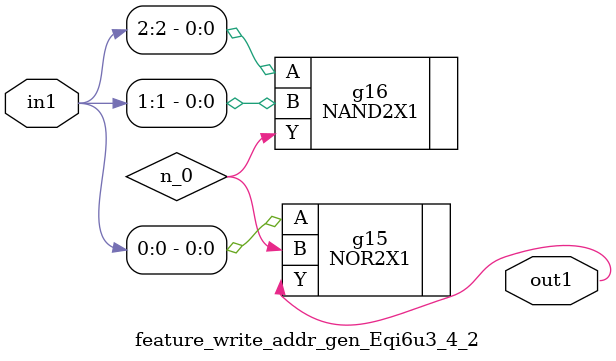
<source format=v>
`timescale 1ps / 1ps


module feature_write_addr_gen_Eqi6u3_4_2(in1, out1);
  input [2:0] in1;
  output out1;
  wire [2:0] in1;
  wire out1;
  wire n_0;
  NOR2X1 g15(.A (in1[0]), .B (n_0), .Y (out1));
  NAND2X1 g16(.A (in1[2]), .B (in1[1]), .Y (n_0));
endmodule



</source>
